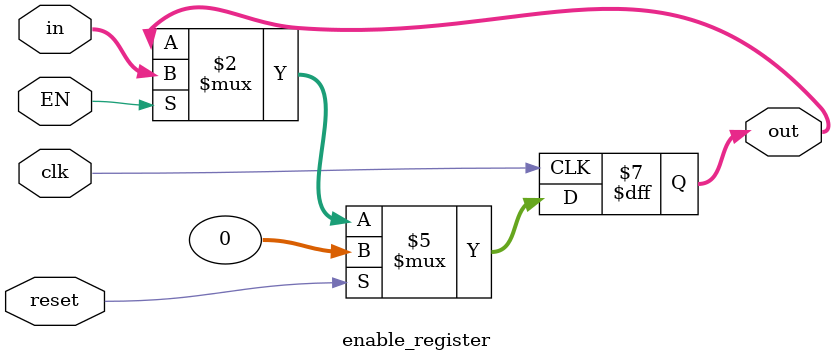
<source format=sv>
`timescale 1ns / 1ps

module enable_register (clk, reset, EN, in, out);
    input logic clk;
    input logic reset;
    input logic EN;
    input logic [31:0] in;
    output logic [31:0] out;

    // reg [31:0] single_reg;

    // always_ff @(posedge clk) begin
    //     if (EN) begin
    //         single_reg <= in;
    //     end
    //     out <= single_reg;
    // end
    always_ff @(posedge clk) begin
        if (reset) begin
            out <= 0;
        end else if (EN) begin
            out <= in;
        end
    end
endmodule
</source>
